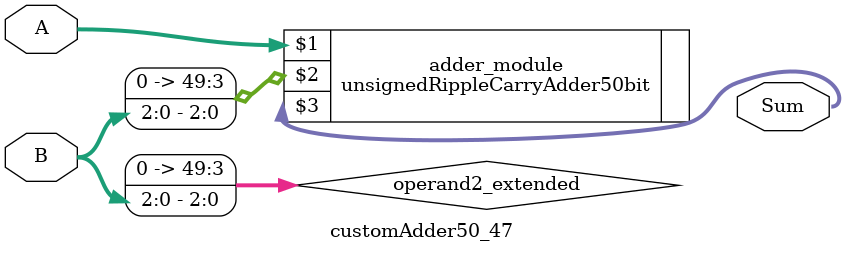
<source format=v>
module customAdder50_47(
                        input [49 : 0] A,
                        input [2 : 0] B,
                        
                        output [50 : 0] Sum
                );

        wire [49 : 0] operand2_extended;
        
        assign operand2_extended =  {47'b0, B};
        
        unsignedRippleCarryAdder50bit adder_module(
            A,
            operand2_extended,
            Sum
        );
        
        endmodule
        
</source>
